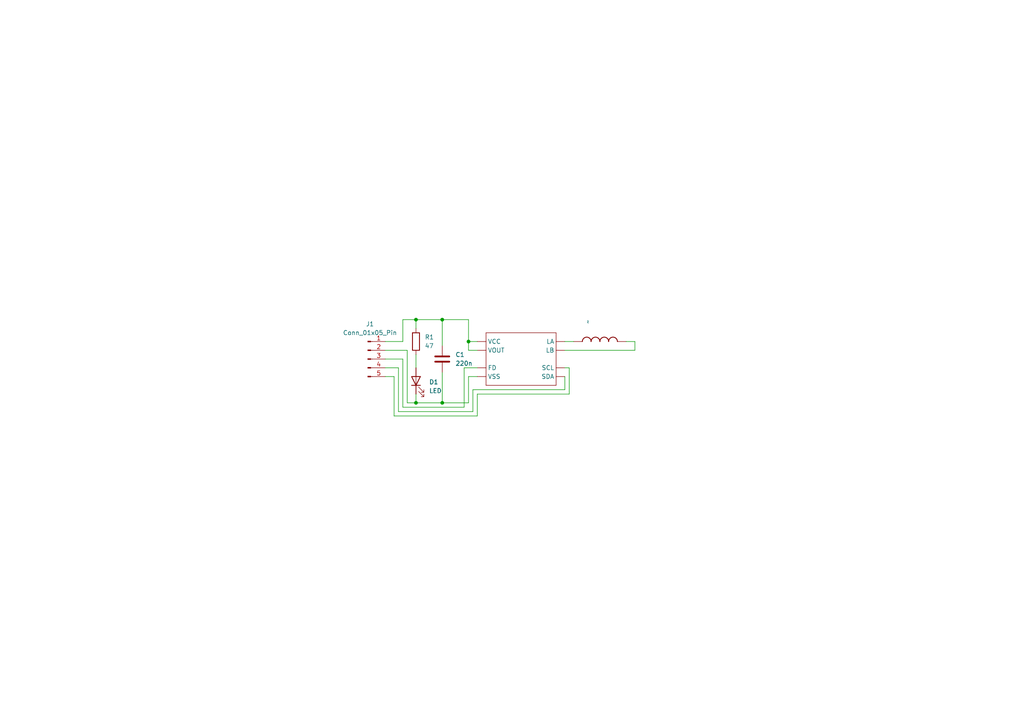
<source format=kicad_sch>
(kicad_sch (version 20230121) (generator eeschema)

  (uuid 8ae661ad-38ba-4e89-b4b1-a15a5d614c54)

  (paper "A4")

  (title_block
    (title "NFC PCB Business Card Schematic")
    (date "2023-07-16")
    (rev "A")
    (company "Yash Fichadia")
    (comment 1 "Copyright (c) 2023")
    (comment 2 "Designer: YAF")
    (comment 3 "Reviewer: YAF")
    (comment 4 "Approved: YAF")
  )

  (lib_symbols
    (symbol "Connector:Conn_01x05_Pin" (pin_names (offset 1.016) hide) (in_bom yes) (on_board yes)
      (property "Reference" "J" (at 0 7.62 0)
        (effects (font (size 1.27 1.27)))
      )
      (property "Value" "Conn_01x05_Pin" (at 0 -7.62 0)
        (effects (font (size 1.27 1.27)))
      )
      (property "Footprint" "" (at 0 0 0)
        (effects (font (size 1.27 1.27)) hide)
      )
      (property "Datasheet" "~" (at 0 0 0)
        (effects (font (size 1.27 1.27)) hide)
      )
      (property "ki_locked" "" (at 0 0 0)
        (effects (font (size 1.27 1.27)))
      )
      (property "ki_keywords" "connector" (at 0 0 0)
        (effects (font (size 1.27 1.27)) hide)
      )
      (property "ki_description" "Generic connector, single row, 01x05, script generated" (at 0 0 0)
        (effects (font (size 1.27 1.27)) hide)
      )
      (property "ki_fp_filters" "Connector*:*_1x??_*" (at 0 0 0)
        (effects (font (size 1.27 1.27)) hide)
      )
      (symbol "Conn_01x05_Pin_1_1"
        (polyline
          (pts
            (xy 1.27 -5.08)
            (xy 0.8636 -5.08)
          )
          (stroke (width 0.1524) (type default))
          (fill (type none))
        )
        (polyline
          (pts
            (xy 1.27 -2.54)
            (xy 0.8636 -2.54)
          )
          (stroke (width 0.1524) (type default))
          (fill (type none))
        )
        (polyline
          (pts
            (xy 1.27 0)
            (xy 0.8636 0)
          )
          (stroke (width 0.1524) (type default))
          (fill (type none))
        )
        (polyline
          (pts
            (xy 1.27 2.54)
            (xy 0.8636 2.54)
          )
          (stroke (width 0.1524) (type default))
          (fill (type none))
        )
        (polyline
          (pts
            (xy 1.27 5.08)
            (xy 0.8636 5.08)
          )
          (stroke (width 0.1524) (type default))
          (fill (type none))
        )
        (rectangle (start 0.8636 -4.953) (end 0 -5.207)
          (stroke (width 0.1524) (type default))
          (fill (type outline))
        )
        (rectangle (start 0.8636 -2.413) (end 0 -2.667)
          (stroke (width 0.1524) (type default))
          (fill (type outline))
        )
        (rectangle (start 0.8636 0.127) (end 0 -0.127)
          (stroke (width 0.1524) (type default))
          (fill (type outline))
        )
        (rectangle (start 0.8636 2.667) (end 0 2.413)
          (stroke (width 0.1524) (type default))
          (fill (type outline))
        )
        (rectangle (start 0.8636 5.207) (end 0 4.953)
          (stroke (width 0.1524) (type default))
          (fill (type outline))
        )
        (pin passive line (at 5.08 5.08 180) (length 3.81)
          (name "Pin_1" (effects (font (size 1.27 1.27))))
          (number "1" (effects (font (size 1.27 1.27))))
        )
        (pin passive line (at 5.08 2.54 180) (length 3.81)
          (name "Pin_2" (effects (font (size 1.27 1.27))))
          (number "2" (effects (font (size 1.27 1.27))))
        )
        (pin passive line (at 5.08 0 180) (length 3.81)
          (name "Pin_3" (effects (font (size 1.27 1.27))))
          (number "3" (effects (font (size 1.27 1.27))))
        )
        (pin passive line (at 5.08 -2.54 180) (length 3.81)
          (name "Pin_4" (effects (font (size 1.27 1.27))))
          (number "4" (effects (font (size 1.27 1.27))))
        )
        (pin passive line (at 5.08 -5.08 180) (length 3.81)
          (name "Pin_5" (effects (font (size 1.27 1.27))))
          (number "5" (effects (font (size 1.27 1.27))))
        )
      )
    )
    (symbol "Device:C" (pin_numbers hide) (pin_names (offset 0.254)) (in_bom yes) (on_board yes)
      (property "Reference" "C" (at 0.635 2.54 0)
        (effects (font (size 1.27 1.27)) (justify left))
      )
      (property "Value" "C" (at 0.635 -2.54 0)
        (effects (font (size 1.27 1.27)) (justify left))
      )
      (property "Footprint" "" (at 0.9652 -3.81 0)
        (effects (font (size 1.27 1.27)) hide)
      )
      (property "Datasheet" "~" (at 0 0 0)
        (effects (font (size 1.27 1.27)) hide)
      )
      (property "ki_keywords" "cap capacitor" (at 0 0 0)
        (effects (font (size 1.27 1.27)) hide)
      )
      (property "ki_description" "Unpolarized capacitor" (at 0 0 0)
        (effects (font (size 1.27 1.27)) hide)
      )
      (property "ki_fp_filters" "C_*" (at 0 0 0)
        (effects (font (size 1.27 1.27)) hide)
      )
      (symbol "C_0_1"
        (polyline
          (pts
            (xy -2.032 -0.762)
            (xy 2.032 -0.762)
          )
          (stroke (width 0.508) (type default))
          (fill (type none))
        )
        (polyline
          (pts
            (xy -2.032 0.762)
            (xy 2.032 0.762)
          )
          (stroke (width 0.508) (type default))
          (fill (type none))
        )
      )
      (symbol "C_1_1"
        (pin passive line (at 0 3.81 270) (length 2.794)
          (name "~" (effects (font (size 1.27 1.27))))
          (number "1" (effects (font (size 1.27 1.27))))
        )
        (pin passive line (at 0 -3.81 90) (length 2.794)
          (name "~" (effects (font (size 1.27 1.27))))
          (number "2" (effects (font (size 1.27 1.27))))
        )
      )
    )
    (symbol "Device:LED" (pin_numbers hide) (pin_names (offset 1.016) hide) (in_bom yes) (on_board yes)
      (property "Reference" "D" (at 0 2.54 0)
        (effects (font (size 1.27 1.27)))
      )
      (property "Value" "LED" (at 0 -2.54 0)
        (effects (font (size 1.27 1.27)))
      )
      (property "Footprint" "" (at 0 0 0)
        (effects (font (size 1.27 1.27)) hide)
      )
      (property "Datasheet" "~" (at 0 0 0)
        (effects (font (size 1.27 1.27)) hide)
      )
      (property "ki_keywords" "LED diode" (at 0 0 0)
        (effects (font (size 1.27 1.27)) hide)
      )
      (property "ki_description" "Light emitting diode" (at 0 0 0)
        (effects (font (size 1.27 1.27)) hide)
      )
      (property "ki_fp_filters" "LED* LED_SMD:* LED_THT:*" (at 0 0 0)
        (effects (font (size 1.27 1.27)) hide)
      )
      (symbol "LED_0_1"
        (polyline
          (pts
            (xy -1.27 -1.27)
            (xy -1.27 1.27)
          )
          (stroke (width 0.254) (type default))
          (fill (type none))
        )
        (polyline
          (pts
            (xy -1.27 0)
            (xy 1.27 0)
          )
          (stroke (width 0) (type default))
          (fill (type none))
        )
        (polyline
          (pts
            (xy 1.27 -1.27)
            (xy 1.27 1.27)
            (xy -1.27 0)
            (xy 1.27 -1.27)
          )
          (stroke (width 0.254) (type default))
          (fill (type none))
        )
        (polyline
          (pts
            (xy -3.048 -0.762)
            (xy -4.572 -2.286)
            (xy -3.81 -2.286)
            (xy -4.572 -2.286)
            (xy -4.572 -1.524)
          )
          (stroke (width 0) (type default))
          (fill (type none))
        )
        (polyline
          (pts
            (xy -1.778 -0.762)
            (xy -3.302 -2.286)
            (xy -2.54 -2.286)
            (xy -3.302 -2.286)
            (xy -3.302 -1.524)
          )
          (stroke (width 0) (type default))
          (fill (type none))
        )
      )
      (symbol "LED_1_1"
        (pin passive line (at -3.81 0 0) (length 2.54)
          (name "K" (effects (font (size 1.27 1.27))))
          (number "1" (effects (font (size 1.27 1.27))))
        )
        (pin passive line (at 3.81 0 180) (length 2.54)
          (name "A" (effects (font (size 1.27 1.27))))
          (number "2" (effects (font (size 1.27 1.27))))
        )
      )
    )
    (symbol "Device:R" (pin_numbers hide) (pin_names (offset 0)) (in_bom yes) (on_board yes)
      (property "Reference" "R" (at 2.032 0 90)
        (effects (font (size 1.27 1.27)))
      )
      (property "Value" "R" (at 0 0 90)
        (effects (font (size 1.27 1.27)))
      )
      (property "Footprint" "" (at -1.778 0 90)
        (effects (font (size 1.27 1.27)) hide)
      )
      (property "Datasheet" "~" (at 0 0 0)
        (effects (font (size 1.27 1.27)) hide)
      )
      (property "ki_keywords" "R res resistor" (at 0 0 0)
        (effects (font (size 1.27 1.27)) hide)
      )
      (property "ki_description" "Resistor" (at 0 0 0)
        (effects (font (size 1.27 1.27)) hide)
      )
      (property "ki_fp_filters" "R_*" (at 0 0 0)
        (effects (font (size 1.27 1.27)) hide)
      )
      (symbol "R_0_1"
        (rectangle (start -1.016 -2.54) (end 1.016 2.54)
          (stroke (width 0.254) (type default))
          (fill (type none))
        )
      )
      (symbol "R_1_1"
        (pin passive line (at 0 3.81 270) (length 1.27)
          (name "~" (effects (font (size 1.27 1.27))))
          (number "1" (effects (font (size 1.27 1.27))))
        )
        (pin passive line (at 0 -3.81 90) (length 1.27)
          (name "~" (effects (font (size 1.27 1.27))))
          (number "2" (effects (font (size 1.27 1.27))))
        )
      )
    )
    (symbol "NFCBusinessCardProject-eagle-import:25X48MM_NFC_ANTENNA" (in_bom yes) (on_board yes)
      (property "Reference" "" (at 5.08 5.08 0)
        (effects (font (size 1.778 1.5113)) (justify left bottom) hide)
      )
      (property "Value" "" (at 5.08 2.54 0)
        (effects (font (size 1.778 1.5113)) (justify left bottom))
      )
      (property "Footprint" "NFCBusinessCardProject:25X48MM_NFC" (at 0 0 0)
        (effects (font (size 1.27 1.27)) hide)
      )
      (property "Datasheet" "" (at 0 0 0)
        (effects (font (size 1.27 1.27)) hide)
      )
      (property "ki_locked" "" (at 0 0 0)
        (effects (font (size 1.27 1.27)))
      )
      (symbol "25X48MM_NFC_ANTENNA_1_0"
        (arc (start 0 -5.08) (mid 1.2645 -3.81) (end 0 -2.54)
          (stroke (width 0.254) (type solid))
          (fill (type none))
        )
        (arc (start 0 -2.54) (mid 1.2645 -1.27) (end 0 0)
          (stroke (width 0.254) (type solid))
          (fill (type none))
        )
        (arc (start 0 0) (mid 1.2645 1.27) (end 0 2.54)
          (stroke (width 0.254) (type solid))
          (fill (type none))
        )
        (arc (start 0 2.54) (mid 1.2645 3.81) (end 0 5.08)
          (stroke (width 0.254) (type solid))
          (fill (type none))
        )
        (pin bidirectional line (at 0 7.62 270) (length 2.54)
          (name "P$1" (effects (font (size 0 0))))
          (number "P$1" (effects (font (size 0 0))))
        )
        (pin bidirectional line (at 0 -7.62 90) (length 2.54)
          (name "P$2" (effects (font (size 0 0))))
          (number "P$2" (effects (font (size 0 0))))
        )
      )
    )
    (symbol "NFCBusinessCardProject-eagle-import:NT3H" (in_bom yes) (on_board yes)
      (property "Reference" "11" (at -10.16 10.16 0)
        (effects (font (size 1.778 1.5113)) (justify left bottom) hide)
      )
      (property "Value" "~" (at 0 0 0)
        (effects (font (size 1.27 1.27)) hide)
      )
      (property "Footprint" "Package_SO:TSSOP-8_3x3mm_P0.65mm" (at 0 0 0)
        (effects (font (size 1.27 1.27)) hide)
      )
      (property "Datasheet" "" (at 0 0 0)
        (effects (font (size 1.27 1.27)) hide)
      )
      (property "ki_locked" "" (at 0 0 0)
        (effects (font (size 1.27 1.27)))
      )
      (symbol "NT3H_1_0"
        (polyline
          (pts
            (xy -10.16 -7.62)
            (xy 10.16 -7.62)
          )
          (stroke (width 0.1524) (type solid))
          (fill (type none))
        )
        (polyline
          (pts
            (xy -10.16 7.62)
            (xy -10.16 -7.62)
          )
          (stroke (width 0.1524) (type solid))
          (fill (type none))
        )
        (polyline
          (pts
            (xy 10.16 -7.62)
            (xy 10.16 7.62)
          )
          (stroke (width 0.1524) (type solid))
          (fill (type none))
        )
        (polyline
          (pts
            (xy 10.16 7.62)
            (xy -10.16 7.62)
          )
          (stroke (width 0.1524) (type solid))
          (fill (type none))
        )
        (pin bidirectional line (at 12.7 5.08 180) (length 2.54)
          (name "LA" (effects (font (size 1.27 1.27))))
          (number "1" (effects (font (size 0 0))))
        )
        (pin bidirectional line (at -12.7 -5.08 0) (length 2.54)
          (name "VSS" (effects (font (size 1.27 1.27))))
          (number "2" (effects (font (size 0 0))))
        )
        (pin bidirectional line (at 12.7 -2.54 180) (length 2.54)
          (name "SCL" (effects (font (size 1.27 1.27))))
          (number "3" (effects (font (size 0 0))))
        )
        (pin bidirectional line (at -12.7 -2.54 0) (length 2.54)
          (name "FD" (effects (font (size 1.27 1.27))))
          (number "4" (effects (font (size 0 0))))
        )
        (pin bidirectional line (at 12.7 -5.08 180) (length 2.54)
          (name "SDA" (effects (font (size 1.27 1.27))))
          (number "5" (effects (font (size 0 0))))
        )
        (pin bidirectional line (at -12.7 5.08 0) (length 2.54)
          (name "VCC" (effects (font (size 1.27 1.27))))
          (number "6" (effects (font (size 0 0))))
        )
        (pin bidirectional line (at -12.7 2.54 0) (length 2.54)
          (name "VOUT" (effects (font (size 1.27 1.27))))
          (number "7" (effects (font (size 0 0))))
        )
        (pin bidirectional line (at 12.7 2.54 180) (length 2.54)
          (name "LB" (effects (font (size 1.27 1.27))))
          (number "8" (effects (font (size 0 0))))
        )
      )
    )
  )

  (junction (at 135.89 99.06) (diameter 0) (color 0 0 0 0)
    (uuid 755ec4a1-3930-4843-851b-410cf974f0b3)
  )
  (junction (at 120.65 116.84) (diameter 0) (color 0 0 0 0)
    (uuid 9e576668-1ae7-4ac3-ae48-6733b10020a9)
  )
  (junction (at 128.27 116.84) (diameter 0) (color 0 0 0 0)
    (uuid cca19873-620e-430d-aea6-69dd1319d718)
  )
  (junction (at 120.65 92.71) (diameter 0) (color 0 0 0 0)
    (uuid f33f47dd-3448-47c1-a0fb-c2e4281bdc9f)
  )
  (junction (at 128.27 92.71) (diameter 0) (color 0 0 0 0)
    (uuid f4bf7abb-6b5b-4aea-934e-01815bc06748)
  )

  (wire (pts (xy 116.84 118.11) (xy 116.84 104.14))
    (stroke (width 0) (type default))
    (uuid 05fe92cb-d066-482b-971f-fc9e1c340b98)
  )
  (wire (pts (xy 120.65 116.84) (xy 128.27 116.84))
    (stroke (width 0) (type default))
    (uuid 164a412b-7df7-4d73-85f9-cd0f57116d1b)
  )
  (wire (pts (xy 114.3 109.22) (xy 114.3 120.65))
    (stroke (width 0) (type default))
    (uuid 1f133616-6482-46b4-af84-e25d6fa475a1)
  )
  (wire (pts (xy 116.84 92.71) (xy 120.65 92.71))
    (stroke (width 0) (type default))
    (uuid 252aa2d4-f6ef-4e4a-ae6f-8fa5e5e63335)
  )
  (wire (pts (xy 111.76 99.06) (xy 116.84 99.06))
    (stroke (width 0) (type default))
    (uuid 39e2228f-0737-46cc-b216-62f1e9c8bf1d)
  )
  (wire (pts (xy 135.89 101.6) (xy 135.89 99.06))
    (stroke (width 0) (type default))
    (uuid 427df940-490f-4fb9-8a7d-602e987ad2f5)
  )
  (wire (pts (xy 163.83 101.6) (xy 184.15 101.6))
    (stroke (width 0) (type default))
    (uuid 42e24e1e-10e7-4107-919b-70241862c5f1)
  )
  (wire (pts (xy 134.62 118.11) (xy 116.84 118.11))
    (stroke (width 0) (type default))
    (uuid 4d7c04da-b6fc-4132-bf12-48ae4692515b)
  )
  (wire (pts (xy 128.27 107.95) (xy 128.27 116.84))
    (stroke (width 0) (type default))
    (uuid 4df79775-8514-442a-8025-20567bca7391)
  )
  (wire (pts (xy 135.89 101.6) (xy 138.43 101.6))
    (stroke (width 0) (type default))
    (uuid 53fae8a3-0966-4e33-be3e-d5507c4ce5a1)
  )
  (wire (pts (xy 128.27 92.71) (xy 128.27 100.33))
    (stroke (width 0) (type default))
    (uuid 5ffff6f1-4cf8-4213-8c67-d9718960eb93)
  )
  (wire (pts (xy 111.76 109.22) (xy 114.3 109.22))
    (stroke (width 0) (type default))
    (uuid 65d7cd94-7ac7-4177-8432-3661b8098100)
  )
  (wire (pts (xy 120.65 92.71) (xy 120.65 95.25))
    (stroke (width 0) (type default))
    (uuid 698edb8f-0f73-41ec-aff9-2a661439fec0)
  )
  (wire (pts (xy 111.76 106.68) (xy 115.57 106.68))
    (stroke (width 0) (type default))
    (uuid 76195a69-12cf-411e-ab25-0a3179f32a70)
  )
  (wire (pts (xy 120.65 102.87) (xy 120.65 106.68))
    (stroke (width 0) (type default))
    (uuid 84a4802e-603a-40a2-9366-ddc660ca4879)
  )
  (wire (pts (xy 118.11 101.6) (xy 118.11 116.84))
    (stroke (width 0) (type default))
    (uuid 85e6fd39-468b-4a0e-b898-2bdf5b5e9a1b)
  )
  (wire (pts (xy 135.89 99.06) (xy 138.43 99.06))
    (stroke (width 0) (type default))
    (uuid 86c56c9f-bcdb-45f1-a43e-7a6c08bec9d6)
  )
  (wire (pts (xy 137.16 119.38) (xy 137.16 113.03))
    (stroke (width 0) (type default))
    (uuid 86e19775-e6f2-46e6-b789-dd4127afc95b)
  )
  (wire (pts (xy 114.3 120.65) (xy 138.43 120.65))
    (stroke (width 0) (type default))
    (uuid 89bea7c6-f7c4-443f-b996-e50cc32b3cef)
  )
  (wire (pts (xy 138.43 114.3) (xy 165.1 114.3))
    (stroke (width 0) (type default))
    (uuid 94910539-9e7e-41c7-ab2a-5180e79a728d)
  )
  (wire (pts (xy 128.27 92.71) (xy 120.65 92.71))
    (stroke (width 0) (type default))
    (uuid 9770b0f4-1043-40aa-ab57-7709695de818)
  )
  (wire (pts (xy 135.89 109.22) (xy 138.43 109.22))
    (stroke (width 0) (type default))
    (uuid 9a318c79-31cb-49dd-842e-51abc24e645e)
  )
  (wire (pts (xy 116.84 104.14) (xy 111.76 104.14))
    (stroke (width 0) (type default))
    (uuid ae2e5a26-f07a-454b-bade-44b4089c65c6)
  )
  (wire (pts (xy 165.1 114.3) (xy 165.1 106.68))
    (stroke (width 0) (type default))
    (uuid b0fb3080-c2de-445a-83f5-ac8de240cde9)
  )
  (wire (pts (xy 115.57 119.38) (xy 137.16 119.38))
    (stroke (width 0) (type default))
    (uuid b55706ad-1826-44be-91c4-4dced3fdcce9)
  )
  (wire (pts (xy 135.89 92.71) (xy 128.27 92.71))
    (stroke (width 0) (type default))
    (uuid b8efc64c-9191-4efc-9523-e42724823b9e)
  )
  (wire (pts (xy 134.62 106.68) (xy 134.62 118.11))
    (stroke (width 0) (type default))
    (uuid bedd6e63-37af-4f5e-93dd-bccbd744f20d)
  )
  (wire (pts (xy 163.83 106.68) (xy 165.1 106.68))
    (stroke (width 0) (type default))
    (uuid c2bf8736-ea1e-4bd1-b262-bdd6eaf8931d)
  )
  (wire (pts (xy 163.83 113.03) (xy 163.83 109.22))
    (stroke (width 0) (type default))
    (uuid c4590c5e-8caf-444e-90c5-6657c6563039)
  )
  (wire (pts (xy 111.76 101.6) (xy 118.11 101.6))
    (stroke (width 0) (type default))
    (uuid cb3e5782-9578-4034-8f4a-abd309494f9e)
  )
  (wire (pts (xy 135.89 99.06) (xy 135.89 92.71))
    (stroke (width 0) (type default))
    (uuid ce6defc4-7ef7-45ba-b696-86fae0af7373)
  )
  (wire (pts (xy 163.83 99.06) (xy 166.37 99.06))
    (stroke (width 0) (type default))
    (uuid cf0a8e9f-5d45-45f0-a276-6cfb399e0c7d)
  )
  (wire (pts (xy 118.11 116.84) (xy 120.65 116.84))
    (stroke (width 0) (type default))
    (uuid d45e5c5c-10cf-4630-ac90-48316c122eeb)
  )
  (wire (pts (xy 137.16 113.03) (xy 163.83 113.03))
    (stroke (width 0) (type default))
    (uuid d706098e-defb-4c69-9e92-92dec09afa0a)
  )
  (wire (pts (xy 138.43 120.65) (xy 138.43 114.3))
    (stroke (width 0) (type default))
    (uuid dd498b8c-912e-4d32-85d1-5f41d343870d)
  )
  (wire (pts (xy 135.89 116.84) (xy 135.89 109.22))
    (stroke (width 0) (type default))
    (uuid e800b35c-12aa-4ea9-8210-454c08e3c59b)
  )
  (wire (pts (xy 115.57 106.68) (xy 115.57 119.38))
    (stroke (width 0) (type default))
    (uuid e85dd38f-7d97-4cba-b681-bd9c0d70cd95)
  )
  (wire (pts (xy 181.61 99.06) (xy 184.15 99.06))
    (stroke (width 0) (type default))
    (uuid ee344d27-9fc2-44eb-96a3-0151c3ef7d1b)
  )
  (wire (pts (xy 138.43 106.68) (xy 134.62 106.68))
    (stroke (width 0) (type default))
    (uuid ee908214-8dc7-4f27-b27a-5c799cda6dc6)
  )
  (wire (pts (xy 116.84 99.06) (xy 116.84 92.71))
    (stroke (width 0) (type default))
    (uuid ef92b613-ac2e-479a-9c47-abf5fa1d31eb)
  )
  (wire (pts (xy 128.27 116.84) (xy 135.89 116.84))
    (stroke (width 0) (type default))
    (uuid f5c4855b-a671-424f-8d3d-533b4d4c4db9)
  )
  (wire (pts (xy 120.65 114.3) (xy 120.65 116.84))
    (stroke (width 0) (type default))
    (uuid f5eeee75-ecf8-40ac-b9bb-1c5d0bc4cdc0)
  )
  (wire (pts (xy 184.15 99.06) (xy 184.15 101.6))
    (stroke (width 0) (type default))
    (uuid fb2519fb-8ee5-477f-8c50-e8b1eacf4f3b)
  )

  (symbol (lib_id "Device:C") (at 128.27 104.14 0) (unit 1)
    (in_bom yes) (on_board yes) (dnp no) (fields_autoplaced)
    (uuid 0d1e6683-7880-4ff0-a88c-d9f8c8e2f902)
    (property "Reference" "C1" (at 132.08 102.87 0)
      (effects (font (size 1.27 1.27)) (justify left))
    )
    (property "Value" "220n" (at 132.08 105.41 0)
      (effects (font (size 1.27 1.27)) (justify left))
    )
    (property "Footprint" "Capacitor_SMD:C_0603_1608Metric_Pad1.08x0.95mm_HandSolder" (at 129.2352 107.95 0)
      (effects (font (size 1.27 1.27)) hide)
    )
    (property "Datasheet" "~" (at 128.27 104.14 0)
      (effects (font (size 1.27 1.27)) hide)
    )
    (pin "1" (uuid ed5541c3-a857-4eba-ad97-7a163c9514a8))
    (pin "2" (uuid ad2fb2f4-819e-4e00-b221-4de592e770cb))
    (instances
      (project "NewBusinessCard"
        (path "/8ae661ad-38ba-4e89-b4b1-a15a5d614c54"
          (reference "C1") (unit 1)
        )
      )
    )
  )

  (symbol (lib_id "NFCBusinessCardProject-eagle-import:NT3H") (at 151.13 104.14 0) (unit 1)
    (in_bom yes) (on_board yes) (dnp no) (fields_autoplaced)
    (uuid 0fbeee40-d0aa-4932-8e6d-54d8e3ea88d8)
    (property "Reference" "11" (at 140.97 93.98 0)
      (effects (font (size 1.778 1.5113)) (justify left bottom) hide)
    )
    (property "Value" "~" (at 151.13 104.14 0)
      (effects (font (size 1.27 1.27)) hide)
    )
    (property "Footprint" "Package_SO:TSSOP-8_3x3mm_P0.65mm" (at 151.13 104.14 0)
      (effects (font (size 1.27 1.27)) hide)
    )
    (property "Datasheet" "" (at 151.13 104.14 0)
      (effects (font (size 1.27 1.27)) hide)
    )
    (pin "4" (uuid c51571d2-c1b9-4e1d-ae22-9f8059b1c735))
    (pin "1" (uuid ef196ab7-a6d3-4c91-9105-52181d7a7d0d))
    (pin "8" (uuid 3ccb5c24-04de-49e1-ab99-b1c951aed909))
    (pin "3" (uuid 8bb7002b-4baa-4b04-aaa2-40c584420798))
    (pin "5" (uuid 7038186d-15ca-4c97-9361-f8d45df6428b))
    (pin "6" (uuid 4274e270-c790-49c1-bec4-9494f2dc0e5a))
    (pin "7" (uuid 4744a8fb-06a9-45f9-9838-2a4859e28f15))
    (pin "2" (uuid a797fe39-e167-4c74-82ff-0a61f008c3fe))
    (instances
      (project "NewBusinessCard"
        (path "/8ae661ad-38ba-4e89-b4b1-a15a5d614c54"
          (reference "11") (unit 1)
        )
      )
    )
  )

  (symbol (lib_id "Connector:Conn_01x05_Pin") (at 106.68 104.14 0) (unit 1)
    (in_bom yes) (on_board yes) (dnp no) (fields_autoplaced)
    (uuid 4367d463-3877-4478-87b2-20f71b5d470c)
    (property "Reference" "J1" (at 107.315 93.98 0)
      (effects (font (size 1.27 1.27)))
    )
    (property "Value" "Conn_01x05_Pin" (at 107.315 96.52 0)
      (effects (font (size 1.27 1.27)))
    )
    (property "Footprint" "Connector_PinHeader_2.54mm:PinHeader_1x05_P2.54mm_Vertical" (at 106.68 104.14 0)
      (effects (font (size 1.27 1.27)) hide)
    )
    (property "Datasheet" "~" (at 106.68 104.14 0)
      (effects (font (size 1.27 1.27)) hide)
    )
    (pin "1" (uuid 026a1d1d-3449-4e17-ab98-dccd1466146b))
    (pin "2" (uuid 7a26f621-226f-4e48-b9ca-6b95b5707297))
    (pin "3" (uuid fbf6fed8-bcdb-4b58-99ad-20d38f174264))
    (pin "4" (uuid 59849be2-a405-4006-b5d2-a9bee5da7a91))
    (pin "5" (uuid 2d240170-71e6-45be-b853-17b1d01e1429))
    (instances
      (project "NewBusinessCard"
        (path "/8ae661ad-38ba-4e89-b4b1-a15a5d614c54"
          (reference "J1") (unit 1)
        )
      )
    )
  )

  (symbol (lib_id "Device:LED") (at 120.65 110.49 90) (unit 1)
    (in_bom yes) (on_board yes) (dnp no) (fields_autoplaced)
    (uuid 7fe752d8-b55f-429b-a245-73db70d0983b)
    (property "Reference" "D1" (at 124.46 110.8075 90)
      (effects (font (size 1.27 1.27)) (justify right))
    )
    (property "Value" "LED" (at 124.46 113.3475 90)
      (effects (font (size 1.27 1.27)) (justify right))
    )
    (property "Footprint" "Diode_SMD:D_0805_2012Metric_Pad1.15x1.40mm_HandSolder" (at 120.65 110.49 0)
      (effects (font (size 1.27 1.27)) hide)
    )
    (property "Datasheet" "~" (at 120.65 110.49 0)
      (effects (font (size 1.27 1.27)) hide)
    )
    (pin "1" (uuid e49221c2-b1f6-4186-b4fa-fd1a9818f176))
    (pin "2" (uuid 0d114511-7a3d-4559-b560-c786a41f9f6f))
    (instances
      (project "NewBusinessCard"
        (path "/8ae661ad-38ba-4e89-b4b1-a15a5d614c54"
          (reference "D1") (unit 1)
        )
      )
    )
  )

  (symbol (lib_id "Device:R") (at 120.65 99.06 0) (unit 1)
    (in_bom yes) (on_board yes) (dnp no) (fields_autoplaced)
    (uuid 8367fe5a-c4d1-4d27-9ecc-bf4055c88af1)
    (property "Reference" "R1" (at 123.19 97.79 0)
      (effects (font (size 1.27 1.27)) (justify left))
    )
    (property "Value" "47" (at 123.19 100.33 0)
      (effects (font (size 1.27 1.27)) (justify left))
    )
    (property "Footprint" "Resistor_SMD:R_0603_1608Metric_Pad0.98x0.95mm_HandSolder" (at 118.872 99.06 90)
      (effects (font (size 1.27 1.27)) hide)
    )
    (property "Datasheet" "~" (at 120.65 99.06 0)
      (effects (font (size 1.27 1.27)) hide)
    )
    (pin "1" (uuid 89ad194f-bcbb-4353-83ce-8b0f814a6a81))
    (pin "2" (uuid b9132113-5c0b-442e-ace6-6fdb34bae621))
    (instances
      (project "NewBusinessCard"
        (path "/8ae661ad-38ba-4e89-b4b1-a15a5d614c54"
          (reference "R1") (unit 1)
        )
      )
    )
  )

  (symbol (lib_id "NFCBusinessCardProject-eagle-import:25X48MM_NFC_ANTENNA") (at 173.99 99.06 90) (unit 1)
    (in_bom yes) (on_board yes) (dnp no) (fields_autoplaced)
    (uuid 969e0114-ea54-4d37-a8e8-78c6f874ed5a)
    (property "Reference" "12" (at 168.91 93.98 0)
      (effects (font (size 1.778 1.5113)) (justify left bottom) hide)
    )
    (property "Value" "~" (at 171.45 93.98 0)
      (effects (font (size 1.778 1.5113)) (justify left bottom))
    )
    (property "Footprint" "NFCBusinessCardProject:25X48MM_NFC" (at 173.99 99.06 0)
      (effects (font (size 1.27 1.27)) hide)
    )
    (property "Datasheet" "" (at 173.99 99.06 0)
      (effects (font (size 1.27 1.27)) hide)
    )
    (pin "P$1" (uuid 8abf89c3-fd0c-41fe-b0eb-e93f6324477f))
    (pin "P$2" (uuid 2792ebb4-ca47-48bb-ba11-a1ffe07320d7))
    (instances
      (project "NewBusinessCard"
        (path "/8ae661ad-38ba-4e89-b4b1-a15a5d614c54"
          (reference "12") (unit 1)
        )
      )
    )
  )

  (sheet_instances
    (path "/" (page "1"))
  )
)

</source>
